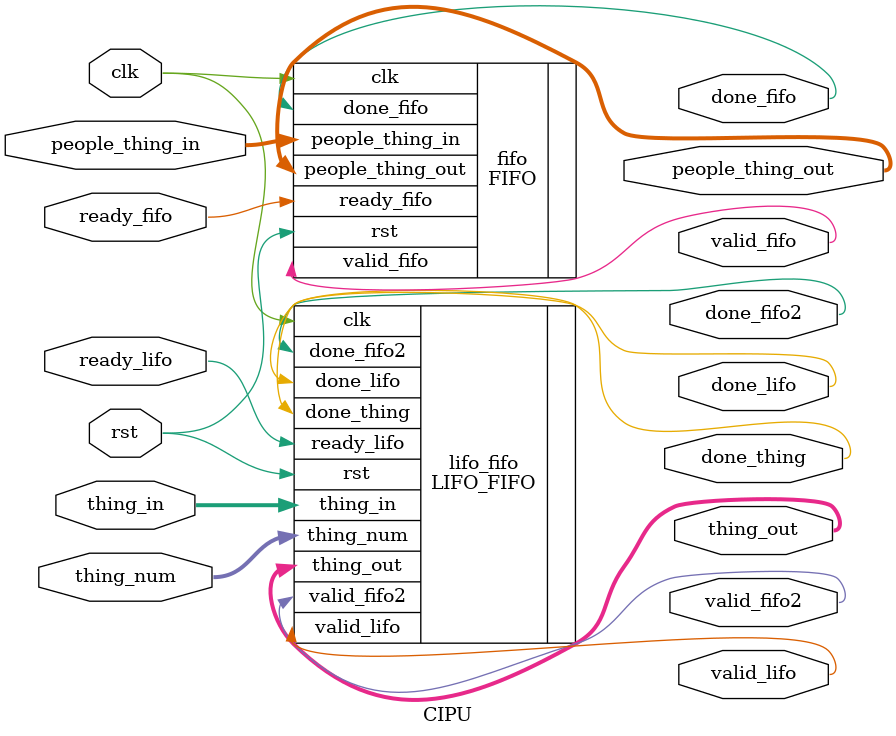
<source format=v>
module CIPU(
input       clk, 
input       rst,
input       [7:0]people_thing_in,
input       ready_fifo,
input       ready_lifo,
input       [7:0]thing_in,
input       [3:0]thing_num,
output      valid_fifo,
output      valid_lifo,
output      valid_fifo2,
output      [7:0]people_thing_out,
output      [7:0]thing_out,
output      done_thing,
output      done_fifo,
output      done_lifo,
output      done_fifo2);



FIFO    fifo(
    .clk(clk),
    .rst(rst),
    .ready_fifo(ready_fifo),
    .people_thing_in(people_thing_in),
    .valid_fifo(valid_fifo),
    .done_fifo(done_fifo),
    .people_thing_out(people_thing_out)
);

LIFO_FIFO   lifo_fifo(
    .clk(clk),
    .rst(rst),
    .ready_lifo(ready_lifo),
    .thing_in(thing_in),
    .thing_num(thing_num),
    .valid_lifo(valid_lifo),
    .done_lifo(done_lifo),
    .done_thing(done_thing),
    .valid_fifo2(valid_fifo2),
    .done_fifo2(done_fifo2),
    .thing_out(thing_out)
);

endmodule
</source>
